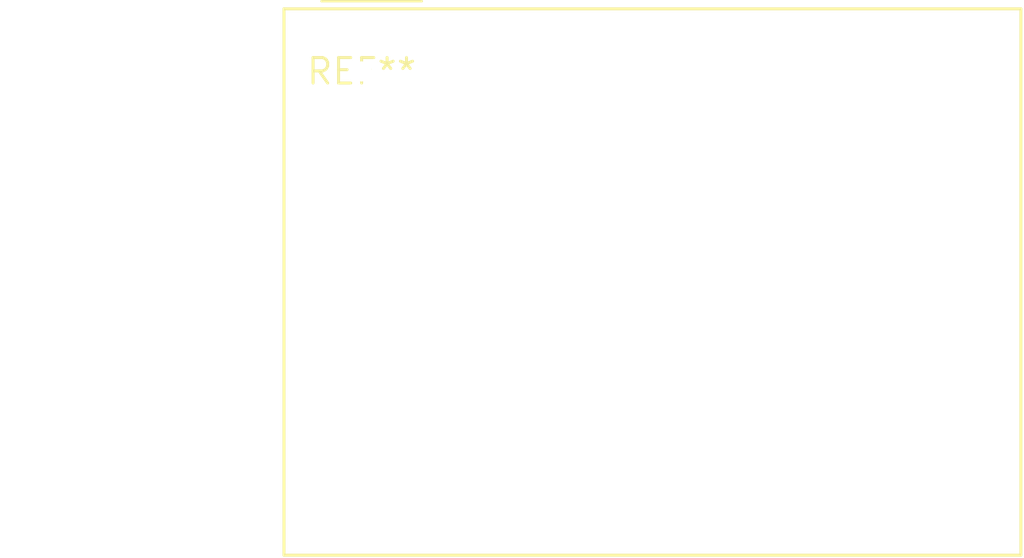
<source format=kicad_pcb>
(kicad_pcb (version 20240108) (generator pcbnew)
  (layers (0 "F.Cu" signal) (31 "B.Cu" signal) (34 "B.Paste" user) (35 "F.Paste" user) (36 "B.SilkS" user "B.Silkscreen") (37 "F.SilkS" user "F.Silkscreen") (38 "B.Mask" user) (39 "F.Mask" user) (44 "Edge.Cuts" user))
  (net 0 "")
  (footprint "Converter_ACDC_TRACO_TMLM-04_THT" (layer "F.Cu") (at 0 0)
    (property "Reference" "REF**")
    (property "Value" "Converter_ACDC_TRACO_TMLM-04_THT")
    (fp_line (start -3.87 -3.12) (end -3.87 24.12) (layer "F.SilkS") (stroke (width 0.15)))
    (fp_line (start -3.87 -3.12) (end 32.87 -3.12) (layer "F.SilkS") (stroke (width 0.15)))
    (fp_line (start -3.87 24.12) (end 32.87 24.12) (layer "F.SilkS") (stroke (width 0.15)))
    (fp_line (start -2 -3.5) (end 3 -3.5) (layer "F.SilkS") (stroke (width 0.12)))
    (fp_line (start 32.87 -3.12) (end 32.87 24.12) (layer "F.SilkS") (stroke (width 0.15)))
    (pad "1" thru_hole rect (at 0 0) (size 2 2) (drill 1) (layers *.Cu *.Mask) (remove_unused_layers))
    (pad "2" thru_hole circle (at 21.5 0) (size 2 2) (drill 1) (layers *.Cu *.Mask) (remove_unused_layers))
    (pad "3" thru_hole circle (at 25.25 0) (size 2 2) (drill 1) (layers *.Cu *.Mask) (remove_unused_layers))
    (pad "4" thru_hole circle (at 29 0) (size 2 2) (drill 1) (layers *.Cu *.Mask) (remove_unused_layers))
    (pad "5" thru_hole circle (at 29 21) (size 2 2) (drill 1) (layers *.Cu *.Mask) (remove_unused_layers))
    (pad "6" thru_hole circle (at 21.5 21) (size 2 2) (drill 1) (layers *.Cu *.Mask) (remove_unused_layers))
    (pad "7" thru_hole circle (at 0 21) (size 2 2) (drill 1) (layers *.Cu *.Mask) (remove_unused_layers))
  )
)
</source>
